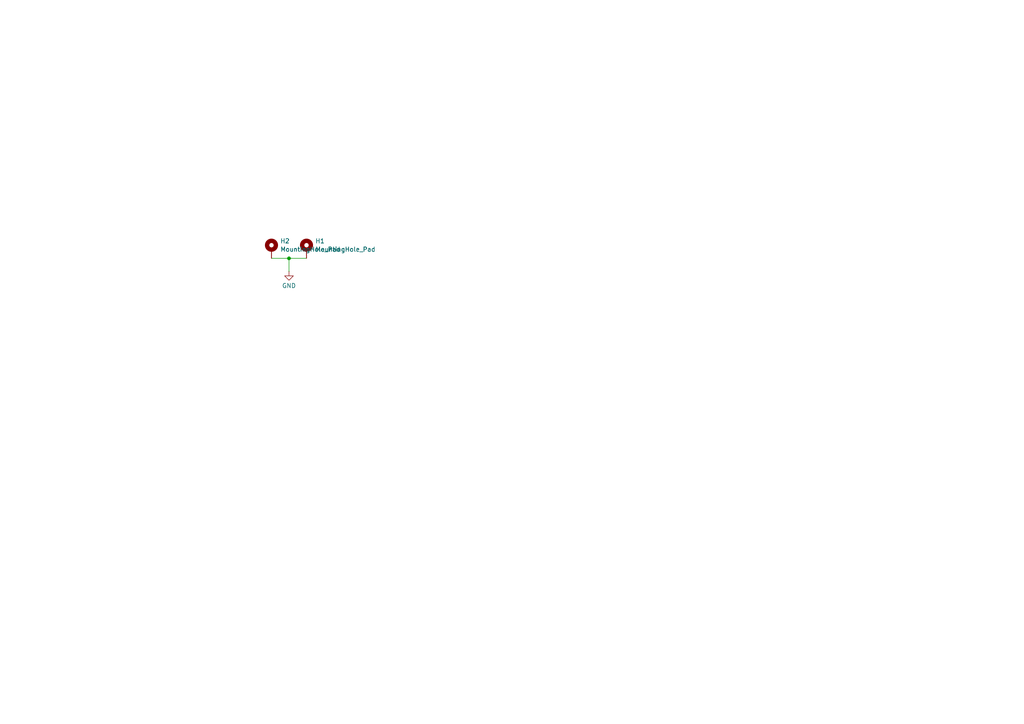
<source format=kicad_sch>
(kicad_sch
	(version 20231120)
	(generator "eeschema")
	(generator_version "8.0")
	(uuid "2a8d935a-315a-421f-a62b-248ab4ff1bc1")
	(paper "A4")
	(lib_symbols
		(symbol "Mechanical:MountingHole_Pad"
			(pin_numbers hide)
			(pin_names
				(offset 1.016) hide)
			(exclude_from_sim yes)
			(in_bom no)
			(on_board yes)
			(property "Reference" "H"
				(at 0 6.35 0)
				(effects
					(font
						(size 1.27 1.27)
					)
				)
			)
			(property "Value" "MountingHole_Pad"
				(at 0 4.445 0)
				(effects
					(font
						(size 1.27 1.27)
					)
				)
			)
			(property "Footprint" ""
				(at 0 0 0)
				(effects
					(font
						(size 1.27 1.27)
					)
					(hide yes)
				)
			)
			(property "Datasheet" "~"
				(at 0 0 0)
				(effects
					(font
						(size 1.27 1.27)
					)
					(hide yes)
				)
			)
			(property "Description" "Mounting Hole with connection"
				(at 0 0 0)
				(effects
					(font
						(size 1.27 1.27)
					)
					(hide yes)
				)
			)
			(property "ki_keywords" "mounting hole"
				(at 0 0 0)
				(effects
					(font
						(size 1.27 1.27)
					)
					(hide yes)
				)
			)
			(property "ki_fp_filters" "MountingHole*Pad*"
				(at 0 0 0)
				(effects
					(font
						(size 1.27 1.27)
					)
					(hide yes)
				)
			)
			(symbol "MountingHole_Pad_0_1"
				(circle
					(center 0 1.27)
					(radius 1.27)
					(stroke
						(width 1.27)
						(type default)
					)
					(fill
						(type none)
					)
				)
			)
			(symbol "MountingHole_Pad_1_1"
				(pin input line
					(at 0 -2.54 90)
					(length 2.54)
					(name "1"
						(effects
							(font
								(size 1.27 1.27)
							)
						)
					)
					(number "1"
						(effects
							(font
								(size 1.27 1.27)
							)
						)
					)
				)
			)
		)
		(symbol "power:GND"
			(power)
			(pin_numbers hide)
			(pin_names
				(offset 0) hide)
			(exclude_from_sim no)
			(in_bom yes)
			(on_board yes)
			(property "Reference" "#PWR"
				(at 0 -6.35 0)
				(effects
					(font
						(size 1.27 1.27)
					)
					(hide yes)
				)
			)
			(property "Value" "GND"
				(at 0 -3.81 0)
				(effects
					(font
						(size 1.27 1.27)
					)
				)
			)
			(property "Footprint" ""
				(at 0 0 0)
				(effects
					(font
						(size 1.27 1.27)
					)
					(hide yes)
				)
			)
			(property "Datasheet" ""
				(at 0 0 0)
				(effects
					(font
						(size 1.27 1.27)
					)
					(hide yes)
				)
			)
			(property "Description" "Power symbol creates a global label with name \"GND\" , ground"
				(at 0 0 0)
				(effects
					(font
						(size 1.27 1.27)
					)
					(hide yes)
				)
			)
			(property "ki_keywords" "global power"
				(at 0 0 0)
				(effects
					(font
						(size 1.27 1.27)
					)
					(hide yes)
				)
			)
			(symbol "GND_0_1"
				(polyline
					(pts
						(xy 0 0) (xy 0 -1.27) (xy 1.27 -1.27) (xy 0 -2.54) (xy -1.27 -1.27) (xy 0 -1.27)
					)
					(stroke
						(width 0)
						(type default)
					)
					(fill
						(type none)
					)
				)
			)
			(symbol "GND_1_1"
				(pin power_in line
					(at 0 0 270)
					(length 0)
					(name "~"
						(effects
							(font
								(size 1.27 1.27)
							)
						)
					)
					(number "1"
						(effects
							(font
								(size 1.27 1.27)
							)
						)
					)
				)
			)
		)
	)
	(junction
		(at 83.82 74.93)
		(diameter 0)
		(color 0 0 0 0)
		(uuid "a7a80f9d-a93b-42db-87cd-34f3466e1f8a")
	)
	(wire
		(pts
			(xy 83.82 74.93) (xy 83.82 78.74)
		)
		(stroke
			(width 0)
			(type default)
		)
		(uuid "382413c7-948b-47e2-95b6-985f52572c64")
	)
	(wire
		(pts
			(xy 83.82 74.93) (xy 88.9 74.93)
		)
		(stroke
			(width 0)
			(type default)
		)
		(uuid "621cb3b1-a4dd-4023-94b8-f06d33de79ed")
	)
	(wire
		(pts
			(xy 78.74 74.93) (xy 83.82 74.93)
		)
		(stroke
			(width 0)
			(type default)
		)
		(uuid "70281394-9c11-439a-918f-b2fe51eacd30")
	)
	(symbol
		(lib_id "Mechanical:MountingHole_Pad")
		(at 88.9 72.39 0)
		(unit 1)
		(exclude_from_sim yes)
		(in_bom no)
		(on_board yes)
		(dnp no)
		(fields_autoplaced yes)
		(uuid "82befd11-2ca2-45e8-bd32-8e051707991e")
		(property "Reference" "H1"
			(at 91.44 69.9078 0)
			(effects
				(font
					(size 1.27 1.27)
				)
				(justify left)
			)
		)
		(property "Value" "MountingHole_Pad"
			(at 91.44 72.3321 0)
			(effects
				(font
					(size 1.27 1.27)
				)
				(justify left)
			)
		)
		(property "Footprint" "BYOM_General:plated_rack_hole"
			(at 88.9 72.39 0)
			(effects
				(font
					(size 1.27 1.27)
				)
				(hide yes)
			)
		)
		(property "Datasheet" "~"
			(at 88.9 72.39 0)
			(effects
				(font
					(size 1.27 1.27)
				)
				(hide yes)
			)
		)
		(property "Description" "Mounting Hole with connection"
			(at 88.9 72.39 0)
			(effects
				(font
					(size 1.27 1.27)
				)
				(hide yes)
			)
		)
		(pin "1"
			(uuid "67194eb8-6232-4b7c-9ed4-bae8ae05ce98")
		)
		(instances
			(project "EuroClack - VCF1 - panel"
				(path "/2a8d935a-315a-421f-a62b-248ab4ff1bc1"
					(reference "H1")
					(unit 1)
				)
			)
		)
	)
	(symbol
		(lib_id "Mechanical:MountingHole_Pad")
		(at 78.74 72.39 0)
		(unit 1)
		(exclude_from_sim yes)
		(in_bom no)
		(on_board yes)
		(dnp no)
		(fields_autoplaced yes)
		(uuid "82f42799-ef37-4c88-9aae-74b5266c9360")
		(property "Reference" "H2"
			(at 81.28 69.9078 0)
			(effects
				(font
					(size 1.27 1.27)
				)
				(justify left)
			)
		)
		(property "Value" "MountingHole_Pad"
			(at 81.28 72.3321 0)
			(effects
				(font
					(size 1.27 1.27)
				)
				(justify left)
			)
		)
		(property "Footprint" "BYOM_General:plated_rack_hole"
			(at 78.74 72.39 0)
			(effects
				(font
					(size 1.27 1.27)
				)
				(hide yes)
			)
		)
		(property "Datasheet" "~"
			(at 78.74 72.39 0)
			(effects
				(font
					(size 1.27 1.27)
				)
				(hide yes)
			)
		)
		(property "Description" "Mounting Hole with connection"
			(at 78.74 72.39 0)
			(effects
				(font
					(size 1.27 1.27)
				)
				(hide yes)
			)
		)
		(pin "1"
			(uuid "576157f9-5aa9-4d5a-9d6b-b01698bc4064")
		)
		(instances
			(project "EuroClack - VCF1 - panel"
				(path "/2a8d935a-315a-421f-a62b-248ab4ff1bc1"
					(reference "H2")
					(unit 1)
				)
			)
		)
	)
	(symbol
		(lib_id "power:GND")
		(at 83.82 78.74 0)
		(unit 1)
		(exclude_from_sim no)
		(in_bom yes)
		(on_board yes)
		(dnp no)
		(fields_autoplaced yes)
		(uuid "c8e4346c-168d-4fba-bb28-9efe9e52d945")
		(property "Reference" "#PWR01"
			(at 83.82 85.09 0)
			(effects
				(font
					(size 1.27 1.27)
				)
				(hide yes)
			)
		)
		(property "Value" "GND"
			(at 83.82 82.8731 0)
			(effects
				(font
					(size 1.27 1.27)
				)
			)
		)
		(property "Footprint" ""
			(at 83.82 78.74 0)
			(effects
				(font
					(size 1.27 1.27)
				)
				(hide yes)
			)
		)
		(property "Datasheet" ""
			(at 83.82 78.74 0)
			(effects
				(font
					(size 1.27 1.27)
				)
				(hide yes)
			)
		)
		(property "Description" "Power symbol creates a global label with name \"GND\" , ground"
			(at 83.82 78.74 0)
			(effects
				(font
					(size 1.27 1.27)
				)
				(hide yes)
			)
		)
		(pin "1"
			(uuid "7312532a-fc49-45bb-85ae-0416b6022814")
		)
		(instances
			(project "EuroClack - VCF1 - panel"
				(path "/2a8d935a-315a-421f-a62b-248ab4ff1bc1"
					(reference "#PWR01")
					(unit 1)
				)
			)
		)
	)
	(sheet_instances
		(path "/"
			(page "1")
		)
	)
)

</source>
